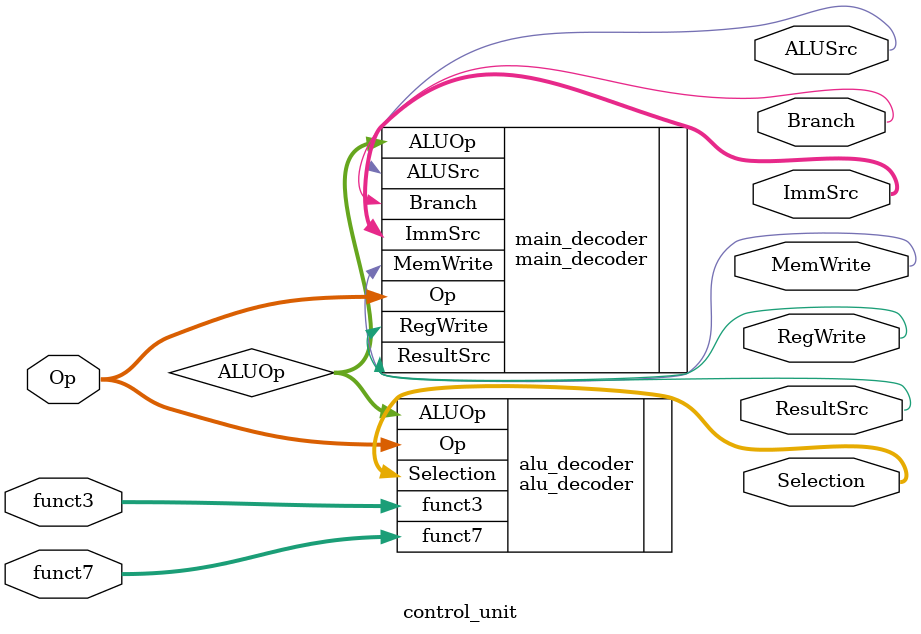
<source format=v>
`timescale 1ns / 1ps
module control_unit(Op, RegWrite, ImmSrc, 
ALUSrc, MemWrite, ResultSrc, 
Branch, funct3, funct7 , Selection);

    input [6:0] Op, funct7;
    input [2:0] funct3;
    
    output RegWrite, ALUSrc, MemWrite, ResultSrc, Branch;  //from main decoder
    output [1:0] ImmSrc;
    
    output [2:0] Selection;  //from alu decoder
 
    wire [1:0]ALUOp;

     main_decoder main_decoder(
           .Op(Op),
           .RegWrite(RegWrite),
           .ImmSrc(ImmSrc),
           .MemWrite(MemWrite),
           .ResultSrc(ResultSrc),
           .Branch(Branch),
           .ALUSrc(ALUSrc),
           .ALUOp(ALUOp)
       );
   
       alu_decoder alu_decoder(
           .ALUOp(ALUOp),
           .funct3(funct3),
           .funct7(funct7),
           .Op(Op),
           .Selection(Selection)
       );

endmodule

</source>
